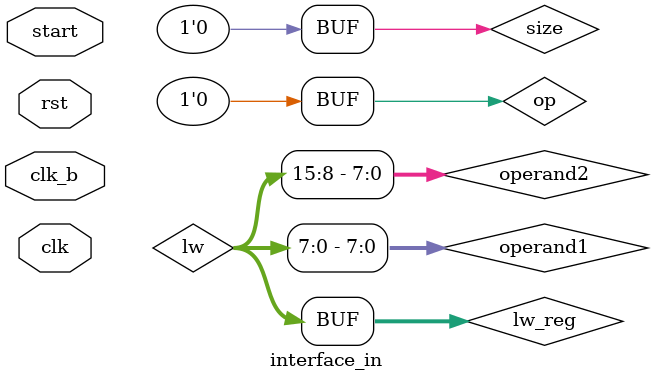
<source format=v>
module interface_in(
	input clk_b, clk, rst, start
);
	
	//Instanciamento da ferramenta
	wire [15:0] lw;
	reg [15:0] lw_reg;
	wire ready;
	reg [7:0] adrss;
	memory memoria(adrss, clk, result, ready, lw);
	
	//Atribui a saida q da ferramenta de memoria para um registrador
	always @(*) begin
		lw_reg = lw;
	end
	
	reg op = 3'b000;
	reg size = 2'b00;
	reg [7:0] operand1, operand2;
	wire result;
	wire fetch_busy;
	
	always @(*) begin
		operand1 = lw_reg[7:0];
		operand2 = lw_reg[15:8];
	end
	
	control_unit coprocessor(clk_b, rst, start, op, size, operand1, operand2, result, ready);
	
	always @(*) begin
		if(start) begin
			adrss <= 8'b0;
		end
		
		if(ready) begin
			adrss <= 8'b1;
		end
	end
	
endmodule
</source>
